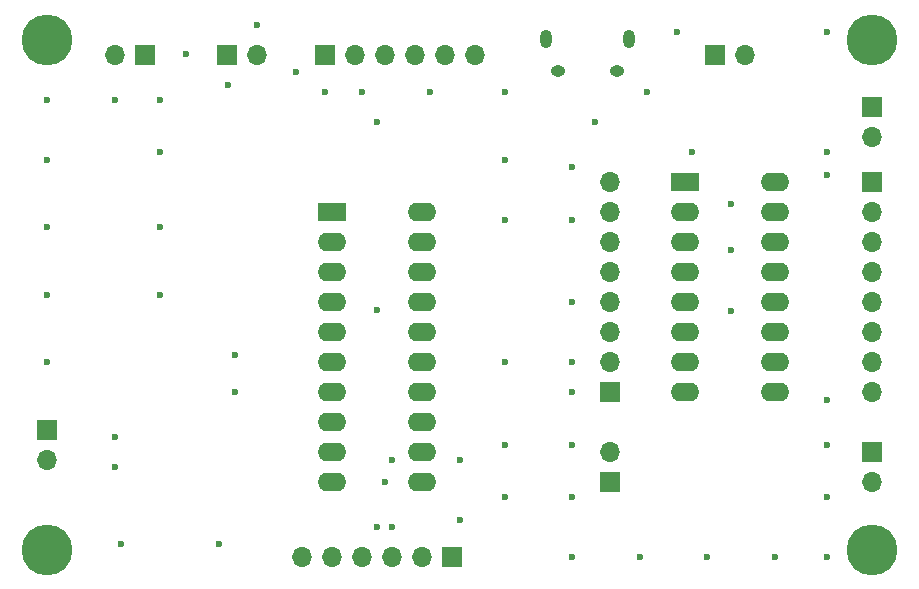
<source format=gbs>
G04 #@! TF.FileFunction,Soldermask,Bot*
%FSLAX46Y46*%
G04 Gerber Fmt 4.6, Leading zero omitted, Abs format (unit mm)*
G04 Created by KiCad (PCBNEW 4.0.6) date 04/13/17 11:48:46*
%MOMM*%
%LPD*%
G01*
G04 APERTURE LIST*
%ADD10C,0.150000*%
%ADD11C,4.300000*%
%ADD12R,1.700000X1.700000*%
%ADD13O,1.700000X1.700000*%
%ADD14O,1.250000X0.950000*%
%ADD15O,1.000000X1.550000*%
%ADD16R,2.400000X1.600000*%
%ADD17O,2.400000X1.600000*%
%ADD18C,0.600000*%
G04 APERTURE END LIST*
D10*
D11*
X120015000Y-64135000D03*
X189865000Y-64135000D03*
X189865000Y-107315000D03*
D12*
X120015000Y-97155000D03*
D13*
X120015000Y-99695000D03*
D12*
X135255000Y-65405000D03*
D13*
X137795000Y-65405000D03*
D14*
X168235000Y-66755000D03*
X163235000Y-66755000D03*
D15*
X169235000Y-64055000D03*
X162235000Y-64055000D03*
D12*
X143510000Y-65405000D03*
D13*
X146050000Y-65405000D03*
X148590000Y-65405000D03*
X151130000Y-65405000D03*
X153670000Y-65405000D03*
X156210000Y-65405000D03*
D12*
X167640000Y-93980000D03*
D13*
X167640000Y-91440000D03*
X167640000Y-88900000D03*
X167640000Y-86360000D03*
X167640000Y-83820000D03*
X167640000Y-81280000D03*
X167640000Y-78740000D03*
X167640000Y-76200000D03*
D12*
X189865000Y-76200000D03*
D13*
X189865000Y-78740000D03*
X189865000Y-81280000D03*
X189865000Y-83820000D03*
X189865000Y-86360000D03*
X189865000Y-88900000D03*
X189865000Y-91440000D03*
X189865000Y-93980000D03*
D12*
X189865000Y-99060000D03*
D13*
X189865000Y-101600000D03*
D12*
X167640000Y-101600000D03*
D13*
X167640000Y-99060000D03*
D12*
X176530000Y-65405000D03*
D13*
X179070000Y-65405000D03*
D12*
X128270000Y-65405000D03*
D13*
X125730000Y-65405000D03*
D12*
X189865000Y-69850000D03*
D13*
X189865000Y-72390000D03*
D16*
X144145000Y-78740000D03*
D17*
X151765000Y-101600000D03*
X144145000Y-81280000D03*
X151765000Y-99060000D03*
X144145000Y-83820000D03*
X151765000Y-96520000D03*
X144145000Y-86360000D03*
X151765000Y-93980000D03*
X144145000Y-88900000D03*
X151765000Y-91440000D03*
X144145000Y-91440000D03*
X151765000Y-88900000D03*
X144145000Y-93980000D03*
X151765000Y-86360000D03*
X144145000Y-96520000D03*
X151765000Y-83820000D03*
X144145000Y-99060000D03*
X151765000Y-81280000D03*
X144145000Y-101600000D03*
X151765000Y-78740000D03*
D12*
X154305000Y-107950000D03*
D13*
X151765000Y-107950000D03*
X149225000Y-107950000D03*
X146685000Y-107950000D03*
X144145000Y-107950000D03*
X141605000Y-107950000D03*
D16*
X173990000Y-76200000D03*
D17*
X181610000Y-93980000D03*
X173990000Y-78740000D03*
X181610000Y-91440000D03*
X173990000Y-81280000D03*
X181610000Y-88900000D03*
X173990000Y-83820000D03*
X181610000Y-86360000D03*
X173990000Y-86360000D03*
X181610000Y-83820000D03*
X173990000Y-88900000D03*
X181610000Y-81280000D03*
X173990000Y-91440000D03*
X181610000Y-78740000D03*
X173990000Y-93980000D03*
X181610000Y-76200000D03*
D11*
X120015000Y-107315000D03*
D18*
X177870000Y-81980000D03*
X177870000Y-78090000D03*
X177870000Y-87140000D03*
X135310000Y-68020000D03*
X141060000Y-66880000D03*
X131800000Y-65380000D03*
X126260000Y-106870000D03*
X134530000Y-106870000D03*
X158750000Y-102870000D03*
X158750000Y-98425000D03*
X158750000Y-91440000D03*
X158750000Y-68580000D03*
X152400000Y-68580000D03*
X164465000Y-86360000D03*
X164465000Y-86360000D03*
X164465000Y-91440000D03*
X164465000Y-93980000D03*
X164465000Y-98425000D03*
X164465000Y-102870000D03*
X158750000Y-79375000D03*
X186055000Y-63500000D03*
X170815000Y-68580000D03*
X173355000Y-63500000D03*
X158750000Y-74295000D03*
X164465000Y-79375000D03*
X164465000Y-74930000D03*
X164465000Y-74930000D03*
X166370000Y-71120000D03*
X164465000Y-107950000D03*
X170180000Y-107950000D03*
X175895000Y-107950000D03*
X181610000Y-107950000D03*
X186055000Y-107950000D03*
X186055000Y-102870000D03*
X174625000Y-73660000D03*
X186055000Y-73660000D03*
X186055000Y-75565000D03*
X186055000Y-94615000D03*
X186055000Y-98425000D03*
X135890000Y-93980000D03*
X135890000Y-90805000D03*
X129540000Y-85725000D03*
X129540000Y-80010000D03*
X129540000Y-73660000D03*
X129540000Y-69215000D03*
X125730000Y-100330000D03*
X125730000Y-97790000D03*
X125730000Y-69215000D03*
X120015000Y-69215000D03*
X120015000Y-74295000D03*
X120015000Y-80010000D03*
X120015000Y-85725000D03*
X120015000Y-91440000D03*
X137795000Y-62865000D03*
X143510000Y-68580000D03*
X146685000Y-68580000D03*
X147955000Y-71120000D03*
X147955000Y-86995000D03*
X154940000Y-104775000D03*
X154940000Y-99695000D03*
X151765000Y-107950000D03*
X149225000Y-99695000D03*
X149225000Y-105410000D03*
X147955000Y-105410000D03*
X148590000Y-101600000D03*
M02*

</source>
